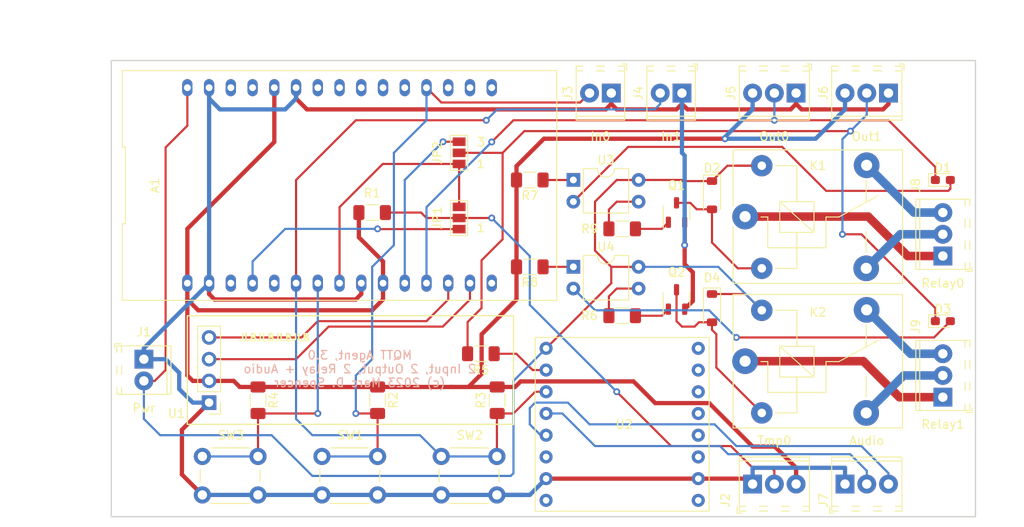
<source format=kicad_pcb>
(kicad_pcb (version 20221018) (generator pcbnew)
  (layers (0 "F.Cu" signal) (31 "B.Cu" signal) (34 "B.Paste" user) (35 "F.Paste" user) (36 "B.SilkS" user "B.Silkscreen") (37 "F.SilkS" user "F.Silkscreen") (38 "B.Mask" user) (39 "F.Mask" user) (44 "Edge.Cuts" user))
  (net 0 "")
  (net 2 "GND")
  (net 3 "Net-(A1-RX)")
  (net 4 "+3V3")
  (net 6 "Net-(A1-D7)")
  (net 7 "Net-(A1-D5)")
  (net 8 "Net-(A1-D4)")
  (net 9 "/~{CFG}")
  (net 10 "Net-(A1-D3)")
  (net 11 "Net-(A1-D2)")
  (net 12 "Net-(A1-D1)")
  (net 15 "Net-(A1-SD3)")
  (net 23 "VCC")
  (net 24 "Net-(D1-A)")
  (net 25 "Net-(D2-A)")
  (net 26 "Net-(D3-K)")
  (net 27 "Net-(D3-A)")
  (net 28 "Net-(J2-Pin_2)")
  (net 29 "Net-(J7-Pin_2)")
  (net 30 "Net-(J7-Pin_3)")
  (net 31 "Net-(J8-Pin_1)")
  (net 32 "Net-(J8-Pin_2)")
  (net 33 "Net-(J8-Pin_3)")
  (net 34 "Net-(J9-Pin_1)")
  (net 35 "Net-(J9-Pin_2)")
  (net 36 "Net-(J9-Pin_3)")
  (net 37 "Net-(Q1-B)")
  (net 38 "Net-(U2-RX)")
  (net 39 "Net-(R6-Pad1)")
  (net 40 "Net-(R7-Pad1)")
  (net 41 "Net-(R8-Pad1)")
  (net 42 "Net-(R9-Pad1)")
  (net 52 "Net-(Q2-B)")
  (net 53 "Net-(D4-A)")
  (footprint "TerminalBlock_Phoenix:TerminalBlock_Phoenix_MPT-0,5-2-2.54_1x02_P2.54mm_Horizontal" (layer "F.Cu") (at 95.1715 116.713 -90)
    (fp_text reference "J1")
    (fp_text value "Power")
  )
  (footprint "TerminalBlock_Phoenix:TerminalBlock_Phoenix_MPT-0,5-3-2.54_1x03_P2.54mm_Horizontal" (layer "F.Cu") (at 166.2915 131.318)
    (fp_text reference "J2")
    (fp_text value "Temp 0")
  )
  (footprint "TerminalBlock_Phoenix:TerminalBlock_Phoenix_MPT-0,5-2-2.54_1x02_P2.54mm_Horizontal" (layer "F.Cu") (at 149.7815 85.598 180)
    (fp_text reference "J3")
    (fp_text value "Input 0")
  )
  (footprint "TerminalBlock_Phoenix:TerminalBlock_Phoenix_MPT-0,5-2-2.54_1x02_P2.54mm_Horizontal" (layer "F.Cu") (at 158.0365 85.598 180)
    (fp_text reference "J4")
    (fp_text value "Input 1")
  )
  (footprint "TerminalBlock_Phoenix:TerminalBlock_Phoenix_MPT-0,5-3-2.54_1x03_P2.54mm_Horizontal" (layer "F.Cu") (at 171.3715 85.598 180)
    (fp_text reference "J5")
    (fp_text value "Output 0")
  )
  (footprint "TerminalBlock_Phoenix:TerminalBlock_Phoenix_MPT-0,5-3-2.54_1x03_P2.54mm_Horizontal" (layer "F.Cu") (at 182.1665 85.598 180)
    (fp_text reference "J6")
    (fp_text value "Output 1")
  )
  (footprint "Resistor_SMD:R_1206_3216Metric_Pad1.30x1.75mm_HandSolder" (layer "F.Cu") (at 121.8415 99.568)
    (fp_text reference "R1")
    (fp_text value "4.7K")
  )
  (footprint "Resistor_SMD:R_1206_3216Metric_Pad1.30x1.75mm_HandSolder" (layer "F.Cu") (at 136.4465 121.513 -90)
    (fp_text reference "R3")
    (fp_text value "10K")
  )
  (footprint "Resistor_SMD:R_1206_3216Metric_Pad1.30x1.75mm_HandSolder" (layer "F.Cu") (at 108.5065 121.513 -90)
    (fp_text reference "R4")
    (fp_text value "10K")
  )
  (footprint "Button_Switch_THT:SW_PUSH_6mm_H4.3mm" (layer "F.Cu") (at 115.9765 128.088)
    (fp_text reference "SW1")
    (fp_text value "SW_Push")
  )
  (footprint "Button_Switch_THT:SW_PUSH_6mm_H4.3mm" (layer "F.Cu") (at 129.9165 128.088)
    (fp_text reference "SW2")
    (fp_text value "SW_Push")
  )
  (footprint "Resistor_SMD:R_1206_3216Metric_Pad1.30x1.75mm_HandSolder" (layer "F.Cu") (at 122.4765 121.513 -90)
    (fp_text reference "R2")
    (fp_text value "10K")
  )
  (footprint "Module:NodeMCU" (layer "F.Cu") (at 118.0315 96.393)
    (fp_text reference "A1")
    (fp_text value "NodeMCU_ESP12E_Module")
  )
  (footprint "Button_Switch_THT:SW_PUSH_6mm_H4.3mm" (layer "F.Cu") (at 102.0065 128.088)
    (fp_text reference "SW3")
    (fp_text value "SW_Push")
  )
  (footprint "Connector_PinHeader_2.54mm:PinHeader_1x04_P2.54mm_Vertical" (layer "F.Cu") (at 102.7915 121.793 180)
    (fp_text reference "U1")
    (fp_text value "SSD1306_128x32")
  )
  (footprint "LED_SMD:LED_0603_1608Metric_Pad1.05x0.95mm_HandSolder" (layer "F.Cu") (at 188.5165 95.758)
    (fp_text reference "D1")
    (fp_text value "LED")
  )
  (footprint "Diode_SMD:D_SOD-123" (layer "F.Cu") (at 161.544 97.536 -90)
    (fp_text reference "D2")
    (fp_text value "1N4148W")
  )
  (footprint "Package_TO_SOT_SMD:SOT-23-3" (layer "F.Cu") (at 157.4015 109.728 90)
    (fp_text reference "Q2")
    (fp_text value "S8050/J3Y")
  )
  (footprint "TerminalBlock_Phoenix:TerminalBlock_Phoenix_MPT-0,5-3-2.54_1x03_P2.54mm_Horizontal" (layer "F.Cu") (at 177.0865 131.318)
    (fp_text reference "J7")
    (fp_text value "Line Out")
  )
  (footprint "MountingHole:MountingHole_3.2mm_M3" (layer "F.Cu") (at 95.1715 131.318)
    (fp_text reference "REF**" hide)
    (fp_text value "MountingHole_3.2mm_M3")
  )
  (footprint "TerminalBlock_Phoenix:TerminalBlock_Phoenix_MPT-0,5-3-2.54_1x03_P2.54mm_Horizontal" (layer "F.Cu") (at 188.5165 104.648 90)
    (fp_text reference "J8")
    (fp_text value "Relay 0")
  )
  (footprint "LED_SMD:LED_0603_1608Metric_Pad1.05x0.95mm_HandSolder" (layer "F.Cu") (at 188.5165 112.268)
    (fp_text reference "D3")
    (fp_text value "LED")
  )
  (footprint "Jumper:SolderJumper-3_P1.3mm_Open_Pad1.0x1.5mm_NumberLabels" (layer "F.Cu") (at 132.0015 100.203 90)
    (fp_text reference "JP1")
    (fp_text value "T-0")
  )
  (footprint "Package_DIP:DIP-4_W7.62mm" (layer "F.Cu") (at 145.3465 105.913)
    (fp_text reference "U4")
    (fp_text value "PC817")
  )
  (footprint "Resistor_SMD:R_1206_3216Metric_Pad1.30x1.75mm_HandSolder" (layer "F.Cu") (at 140.2565 95.758 180)
    (fp_text reference "R7")
    (fp_text value "1K")
  )
  (footprint "Relay_THT:Relay_SPDT_SANYOU_SRD_Series_Form_C" (layer "F.Cu") (at 165.4115 116.948)
    (fp_text reference "K2")
    (fp_text value "G5Q-1")
  )
  (footprint "TerminalBlock_Phoenix:TerminalBlock_Phoenix_MPT-0,5-3-2.54_1x03_P2.54mm_Horizontal" (layer "F.Cu") (at 188.5165 121.158 90)
    (fp_text reference "J9")
    (fp_text value "Relay 1")
  )
  (footprint "Package_DIP:DIP-4_W7.62mm" (layer "F.Cu") (at 145.3465 95.753)
    (fp_text reference "U3")
    (fp_text value "PC817")
  )
  (footprint "Relay_THT:Relay_SPDT_SANYOU_SRD_Series_Form_C" (layer "F.Cu") (at 165.4115 100.038)
    (fp_text reference "K1")
    (fp_text value "G5Q-1")
  )
  (footprint "Resistor_SMD:R_1206_3216Metric_Pad1.30x1.75mm_HandSolder" (layer "F.Cu") (at 134.5415 116.078)
    (fp_text reference "R5")
    (fp_text value "1K")
  )
  (footprint "MountingHole:MountingHole_3.2mm_M3" (layer "F.Cu") (at 188.5165 85.598)
    (fp_text reference "REF**" hide)
    (fp_text value "MountingHole_3.2mm_M3")
  )
  (footprint "Diode_SMD:D_SOD-123" (layer "F.Cu") (at 161.544 110.744 -90)
    (fp_text reference "D4")
    (fp_text value "1N4148W")
  )
  (footprint "Resistor_SMD:R_1206_3216Metric_Pad1.30x1.75mm_HandSolder" (layer "F.Cu") (at 151.0515 111.633)
    (fp_text reference "R6")
    (fp_text value "510")
  )
  (footprint "MountingHole:MountingHole_3.2mm_M3" (layer "F.Cu") (at 188.5165 131.318)
    (fp_text reference "REF**" hide)
    (fp_text value "MountingHole_3.2mm_M3")
  )
  (footprint "Jumper:SolderJumper-3_P1.3mm_Open_Pad1.0x1.5mm_NumberLabels" (layer "F.Cu") (at 132.0015 92.583 90)
    (fp_text reference "JP2")
    (fp_text value "R-1")
  )
  (footprint "Resistor_SMD:R_1206_3216Metric_Pad1.30x1.75mm_HandSolder" (layer "F.Cu") (at 140.2565 105.918 180)
    (fp_text reference "R8")
    (fp_text value "1K")
  )
  (footprint "Resistor_SMD:R_1206_3216Metric_Pad1.30x1.75mm_HandSolder" (layer "F.Cu") (at 151.0515 101.473)
    (fp_text reference "R9")
    (fp_text value "510")
  )
  (footprint "MountingHole:MountingHole_3.2mm_M3" (layer "F.Cu") (at 95.1715 85.598)
    (fp_text reference "REF**" hide)
    (fp_text value "MountingHole_3.2mm_M3")
  )
  (footprint "Module:Module_DIP16_17.8mm" (layer "F.Cu") (at 148.5115 124.333 -90)
    (fp_text reference "U2")
    (fp_text value "DFPlayer_Module")
  )
  (footprint "Package_TO_SOT_SMD:SOT-23-3" (layer "F.Cu") (at 157.4015 99.568 90)
    (fp_text reference "Q1")
    (fp_text value "S8050/J3Y")
  )
  (gr_line (start 100.2515 124.333) (end 100.2515 111.633) (stroke (width 0.15)) (layer "F.SilkS"))
  (gr_line (start 138.3515 124.333) (end 100.2515 124.333) (stroke (width 0.15)) (layer "F.SilkS"))
  (gr_line (start 138.3515 111.633) (end 138.3515 124.333) (stroke (width 0.15)) (layer "F.SilkS"))
  (gr_line (start 100.2515 111.633) (end 138.3515 111.633) (stroke (width 0.15)) (layer "F.SilkS"))
  (gr_line (start 192.3265 81.788) (end 192.3265 135.128) (stroke (width 0.15)) (layer "Edge.Cuts"))
  (gr_line (start 91.3615 81.788) (end 192.3265 81.788) (stroke (width 0.15)) (layer "Edge.Cuts"))
  (gr_line (start 91.3615 81.788) (end 91.3615 135.128) (stroke (width 0.15)) (layer "Edge.Cuts"))
  (gr_line (start 192.3265 135.128) (end 91.3615 135.128) (stroke (width 0.15)) (layer "Edge.Cuts"))
  (gr_text "MQTT Agent, 3.0\n2 Input, 2 Output, 2 Relay + Audio\n(c) 2023 Marc D. Spencer" (at 120.396 117.856) (layer "B.SilkS") (effects (font (size 1 1)) (justify mirror)))
  (gr_text "Pwr" (at 95.1715 122.428) (layer "F.SilkS") (effects (font (size 1 1))))
  (gr_text "In1" (at 156.7665 90.678) (layer "F.SilkS") (effects (font (size 1 1))))
  (gr_text "Tmp0" (at 168.8315 126.238) (layer "F.SilkS") (effects (font (size 1 1))))
  (gr_text "Relay1" (at 188.5165 124.333) (layer "F.SilkS") (effects (font (size 1 1))))
  (gr_text "JLBJLBJLBJLB" (at 110.4115 114.173) (layer "F.SilkS") (effects (font (size 0.8 0.8) (thickness 0.175))))
  (gr_text "Out0" (at 168.8315 90.678) (layer "F.SilkS") (effects (font (size 1 1))))
  (gr_text "Relay0" (at 188.5165 107.823) (layer "F.SilkS") (effects (font (size 1 1))))
  (gr_text "In0" (at 148.5115 90.678) (layer "F.SilkS") (effects (font (size 1 1))))
  (gr_text "Audio" (at 179.6265 126.238) (layer "F.SilkS") (effects (font (size 1 1))))
  (gr_text "Out1" (at 179.6265 90.678) (layer "F.SilkS") (effects (font (size 1 1))))
  (segment (start 149.7815 85.598) (end 149.7815 86.868) (width 0.5) (layer "F.Cu") (net 2))
  (segment (start 158.0365 86.868) (end 158.6715 87.503) (width 0.5) (layer "F.Cu") (net 2))
  (segment (start 158.3515 105.598) (end 158.3515 103.378) (width 0.5) (layer "F.Cu") (net 2))
  (segment (start 99.6165 130.198) (end 102.0065 132.588) (width 0.5) (layer "F.Cu") (net 2))
  (segment (start 159.3065 106.553) (end 159.3065 109.9105) (width 0.5) (layer "F.Cu") (net 2))
  (segment (start 159.3065 109.9105) (end 158.3515 110.8655) (width 0.5) (layer "F.Cu") (net 2))
  (segment (start 171.3715 86.868) (end 171.3715 85.598) (width 0.5) (layer "F.Cu") (net 2))
  (segment (start 149.1465 87.503) (end 149.7815 86.868) (width 0.5) (layer "F.Cu") (net 2))
  (segment (start 112.9515 86.233) (end 114.2215 87.503) (width 0.5) (layer "F.Cu") (net 2))
  (segment (start 157.4015 87.503) (end 158.0365 86.868) (width 0.5) (layer "F.Cu") (net 2))
  (segment (start 102.7915 109.093) (end 103.4265 109.728) (width 0.5) (layer "F.Cu") (net 2))
  (segment (start 114.2215 87.503) (end 149.1465 87.503) (width 0.5) (layer "F.Cu") (net 2))
  (segment (start 158.0365 85.598) (end 158.0365 86.868) (width 0.5) (layer "F.Cu") (net 2))
  (segment (start 158.3515 103.378) (end 158.3515 100.7055) (width 0.5) (layer "F.Cu") (net 2))
  (segment (start 172.0065 87.503) (end 181.5315 87.503) (width 0.5) (layer "F.Cu") (net 2))
  (segment (start 120.5715 109.093) (end 120.5715 107.823) (width 0.5) (layer "F.Cu") (net 2))
  (segment (start 158.6715 87.503) (end 170.7365 87.503) (width 0.5) (layer "F.Cu") (net 2))
  (segment (start 165.6565 130.683) (end 166.2915 131.318) (width 0.5) (layer "F.Cu") (net 2))
  (segment (start 102.7915 121.793) (end 99.6165 124.968) (width 0.5) (layer "F.Cu") (net 2))
  (segment (start 103.4265 109.728) (end 119.9365 109.728) (width 0.5) (layer "F.Cu") (net 2))
  (segment (start 102.7915 121.793) (end 102.1565 121.793) (width 0.5) (layer "F.Cu") (net 2))
  (segment (start 171.3715 86.868) (end 172.0065 87.503) (width 0.5) (layer "F.Cu") (net 2))
  (segment (start 149.7815 86.868) (end 150.4165 87.503) (width 0.5) (layer "F.Cu") (net 2))
  (segment (start 181.5315 87.503) (end 182.1665 86.868) (width 0.5) (layer "F.Cu") (net 2))
  (segment (start 170.7365 87.503) (end 171.3715 86.868) (width 0.5) (layer "F.Cu") (net 2))
  (segment (start 99.6165 124.968) (end 99.6165 130.198) (width 0.5) (layer "F.Cu") (net 2))
  (segment (start 150.4165 87.503) (end 157.4015 87.503) (width 0.5) (layer "F.Cu") (net 2))
  (segment (start 159.9415 130.683) (end 142.1615 130.683) (width 0.5) (layer "F.Cu") (net 2))
  (segment (start 119.9365 109.728) (end 120.5715 109.093) (width 0.5) (layer "F.Cu") (net 2))
  (segment (start 160.5765 130.683) (end 165.6565 130.683) (width 0.5) (layer "F.Cu") (net 2))
  (segment (start 112.9515 84.963) (end 112.9515 86.233) (width 0.5) (layer "F.Cu") (net 2))
  (segment (start 158.3515 105.598) (end 159.3065 106.553) (width 0.5) (layer "F.Cu") (net 2))
  (segment (start 182.1665 86.868) (end 182.1665 85.598) (width 0.5) (layer "F.Cu") (net 2))
  (segment (start 102.7915 107.823) (end 102.7915 109.093) (width 0.5) (layer "F.Cu") (net 2))
  (via (at 158.3515 103.378) (size 0.8) (drill 0.4) (layers "F.Cu" "B.Cu") (net 2))
  (segment (start 102.7915 121.793) (end 100.8865 121.793) (width 0.5) (layer "B.Cu") (net 2))
  (segment (start 177.0865 129.413) (end 177.0865 131.318) (width 0.5) (layer "B.Cu") (net 2))
  (segment (start 158.3515 103.378) (end 158.3515 92.898) (width 0.5) (layer "B.Cu") (net 2))
  (segment (start 102.7915 86.233) (end 102.7915 107.823) (width 0.5) (layer "B.Cu") (net 2))
  (segment (start 99.299 120.2055) (end 99.299 118.3005) (width 0.5) (layer "B.Cu") (net 2))
  (segment (start 104.0615 87.503) (end 102.7915 86.233) (width 0.5) (layer "B.Cu") (net 2))
  (segment (start 158.3515 92.898) (end 158.0365 92.583) (width 0.5) (layer "B.Cu") (net 2))
  (segment (start 112.9515 84.963) (end 112.9515 86.233) (width 0.5) (layer "B.Cu") (net 2))
  (segment (start 111.6815 87.503) (end 104.0615 87.503) (width 0.5) (layer "B.Cu") (net 2))
  (segment (start 102.7915 107.823) (end 95.1715 115.443) (width 0.5) (layer "B.Cu") (net 2))
  (segment (start 166.2915 131.318) (end 166.2915 129.413) (width 0.5) (layer "B.Cu") (net 2))
  (segment (start 112.9515 86.233) (end 111.6815 87.503) (width 0.5) (layer "B.Cu") (net 2))
  (segment (start 95.1715 115.443) (end 95.1715 116.713) (width 0.5) (layer "B.Cu") (net 2))
  (segment (start 95.1715 116.713) (end 97.7115 116.713) (width 0.5) (layer "B.Cu") (net 2))
  (segment (start 102.0065 132.588) (end 139.6215 132.588) (width 0.5) (layer "B.Cu") (net 2))
  (segment (start 100.8865 121.793) (end 99.299 120.2055) (width 0.5) (layer "B.Cu") (net 2))
  (segment (start 140.2565 132.588) (end 142.1615 130.683) (width 0.5) (layer "B.Cu") (net 2))
  (segment (start 158.0365 92.583) (end 158.0365 85.598) (width 0.5) (layer "B.Cu") (net 2))
  (segment (start 166.2915 129.413) (end 177.0865 129.413) (width 0.5) (layer "B.Cu") (net 2))
  (segment (start 136.4165 132.588) (end 140.2565 132.588) (width 0.5) (layer "B.Cu") (net 2))
  (segment (start 97.7115 116.713) (end 99.299 118.3005) (width 0.5) (layer "B.Cu") (net 2))
  (segment (start 102.7915 84.963) (end 102.7915 86.233) (width 0.5) (layer "B.Cu") (net 2))
  (segment (start 122.5065 101.503) (end 122.4765 101.473) (width 0.25) (layer "F.Cu") (net 3))
  (segment (start 132.0015 101.503) (end 122.5065 101.503) (width 0.25) (layer "F.Cu") (net 3))
  (via (at 122.4765 101.473) (size 0.8) (drill 0.4) (layers "F.Cu" "B.Cu") (net 3))
  (segment (start 111.6815 101.473) (end 107.8715 105.283) (width 0.25) (layer "B.Cu") (net 3))
  (segment (start 122.4765 101.473) (end 111.6815 101.473) (width 0.25) (layer "B.Cu") (net 3))
  (segment (start 107.8715 105.283) (end 107.8715 107.823) (width 0.25) (layer "B.Cu") (net 3))
  (segment (start 139.192 119.311) (end 152.3795 119.311) (width 0.5) (layer "F.Cu") (net 4))
  (segment (start 136.4465 119.963) (end 138.54 119.963) (width 0.5) (layer "F.Cu") (net 4))
  (segment (start 100.2515 107.823) (end 100.2515 109.728) (width 0.5) (layer "F.Cu") (net 4))
  (segment (start 110.4115 91.313) (end 110.4115 84.963) (width 0.5) (layer "F.Cu") (net 4))
  (segment (start 123.1115 109.728) (end 121.8415 110.998) (width 0.5) (layer "F.Cu") (net 4))
  (segment (start 106.374 119.963) (end 105.664 119.253) (width 0.5) (layer "F.Cu") (net 4))
  (segment (start 141.5265 91.313) (end 141.9075 90.932) (width 0.5) (layer "F.Cu") (net 4))
  (segment (start 133.096 119.963) (end 134.63125 118.42775) (width 0.5) (layer "F.Cu") (net 4))
  (segment (start 154.9195 121.851) (end 161.2115 121.851) (width 0.5) (layer "F.Cu") (net 4))
  (segment (start 100.2515 107.823) (end 100.2515 101.473) (width 0.5) (layer "F.Cu") (net 4))
  (segment (start 131.128378 119.963) (end 131.064 119.963) (width 0.5) (layer "F.Cu") (net 4))
  (segment (start 166.2915 126.931) (end 168.8895 126.931) (width 0.5) (layer "F.Cu") (net 4))
  (segment (start 100.2515 109.728) (end 100.2515 118.618) (width 0.5) (layer "F.Cu") (net 4))
  (segment (start 120.2915 99.568) (end 120.2915 102.463) (width 0.5) (layer "F.Cu") (net 4))
  (segment (start 138.7065 95.758) (end 138.7065 94.133) (width 0.5) (layer "F.Cu") (net 4))
  (segment (start 108.5065 119.963) (end 131.064 119.963) (width 0.5) (layer "F.Cu") (net 4))
  (segment (start 171.3715 129.413) (end 171.3715 131.318) (width 0.5) (layer "F.Cu") (net 4))
  (segment (start 138.7065 95.758) (end 138.7065 105.918) (width 0.5) (layer "F.Cu") (net 4))
  (segment (start 134.63125 118.42775) (end 134.63125 113.80325) (width 0.5) (layer "F.Cu") (net 4))
  (segment (start 161.2115 121.851) (end 166.2915 126.931) (width 0.5) (layer "F.Cu") (net 4))
  (segment (start 141.9075 90.932) (end 163.068 90.932) (width 0.5) (layer "F.Cu") (net 4))
  (segment (start 121.8415 110.998) (end 101.5215 110.998) (width 0.5) (layer "F.Cu") (net 4))
  (segment (start 136.4465 119.963) (end 133.096 119.963) (width 0.5) (layer "F.Cu") (net 4))
  (segment (start 108.5065 119.963) (end 106.374 119.963) (width 0.5) (layer "F.Cu") (net 4))
  (segment (start 134.63125 113.80325) (end 138.7065 109.728) (width 0.5) (layer "F.Cu") (net 4))
  (segment (start 123.1115 105.283) (end 123.1115 107.823) (width 0.5) (layer "F.Cu") (net 4))
  (segment (start 120.2915 102.463) (end 123.1115 105.283) (width 0.5) (layer "F.Cu") (net 4))
  (segment (start 105.664 119.253) (end 102.7915 119.253) (width 0.5) (layer "F.Cu") (net 4))
  (segment (start 101.5215 110.998) (end 100.2515 109.728) (width 0.5) (layer "F.Cu") (net 4))
  (segment (start 131.064 119.963) (end 133.096 119.963) (width 0.5) (layer "F.Cu") (net 4))
  (segment (start 138.54 119.963) (end 139.192 119.311) (width 0.5) (layer "F.Cu") (net 4))
  (segment (start 138.7065 109.728) (end 138.7065 105.918) (width 0.5) (layer "F.Cu") (net 4))
  (segment (start 152.3795 119.311) (end 154.9195 121.851) (width 0.5) (layer "F.Cu") (net 4))
  (segment (start 100.8865 119.253) (end 102.7915 119.253) (width 0.5) (layer "F.Cu") (net 4))
  (segment (start 138.9865 95.478) (end 138.7065 95.758) (width 0.5) (layer "F.Cu") (net 4))
  (segment (start 100.2515 118.618) (end 100.8865 119.253) (width 0.5) (layer "F.Cu") (net 4))
  (segment (start 138.7065 94.133) (end 141.5265 91.313) (width 0.5) (layer "F.Cu") (net 4))
  (segment (start 168.8895 126.931) (end 171.3715 129.413) (width 0.5) (layer "F.Cu") (net 4))
  (segment (start 100.2515 101.473) (end 110.4115 91.313) (width 0.5) (layer "F.Cu") (net 4))
  (segment (start 123.1115 107.823) (end 123.1115 109.728) (width 0.5) (layer "F.Cu") (net 4))
  (via (at 163.068 90.932) (size 0.8) (drill 0.4) (layers "F.Cu" "B.Cu") (net 4))
  (segment (start 173.6575 90.932) (end 174.71275 89.87675) (width 0.5) (layer "B.Cu") (net 4))
  (segment (start 166.2915 87.503) (end 165.6565 88.138) (width 0.5) (layer "B.Cu") (net 4))
  (segment (start 163.068 90.932) (end 163.068 90.7265) (width 0.5) (layer "B.Cu") (net 4))
  (segment (start 174.71275 89.87675) (end 177.0865 87.503) (width 0.5) (layer "B.Cu") (net 4))
  (segment (start 177.0865 87.503) (end 177.0865 85.598) (width 0.5) (layer "B.Cu") (net 4))
  (segment (start 165.6565 88.138) (end 163.7515 90.043) (width 0.5) (layer "B.Cu") (net 4))
  (segment (start 163.068 90.932) (end 173.6575 90.932) (width 0.5) (layer "B.Cu") (net 4))
  (segment (start 163.068 90.7265) (end 163.7515 90.043) (width 0.5) (layer "B.Cu") (net 4))
  (segment (start 174.5465 90.043) (end 174.71275 89.87675) (width 0.5) (layer "B.Cu") (net 4))
  (segment (start 166.2915 85.598) (end 166.2915 87.503) (width 0.5) (layer "B.Cu") (net 4))
  (segment (start 138.3515 123.063) (end 136.4465 123.063) (width 0.25) (layer "F.Cu") (net 6))
  (segment (start 119.9365 88.773) (end 135.1765 88.773) (width 0.25) (layer "F.Cu") (net 6))
  (segment (start 140.8915 120.523) (end 142.1615 120.523) (width 0.25) (layer "F.Cu") (net 6))
  (segment (start 136.4165 128.088) (end 136.4165 123.093) (width 0.25) (layer "F.Cu") (net 6))
  (segment (start 138.3515 123.063) (end 140.8915 120.523) (width 0.25) (layer "F.Cu") (net 6))
  (segment (start 136.4165 123.093) (end 136.4465 123.063) (width 0.25) (layer "F.Cu") (net 6))
  (segment (start 112.9515 107.823) (end 112.9515 95.758) (width 0.25) (layer "F.Cu") (net 6))
  (segment (start 112.9515 95.758) (end 119.9365 88.773) (width 0.25) (layer "F.Cu") (net 6))
  (via (at 135.1765 88.773) (size 0.8) (drill 0.4) (layers "F.Cu" "B.Cu") (net 6))
  (segment (start 155.4965 85.598) (end 155.4965 86.868) (width 0.25) (layer "B.Cu") (net 6))
  (segment (start 155.4965 86.868) (end 154.8615 87.503) (width 0.25) (layer "B.Cu") (net 6))
  (segment (start 136.4165 128.088) (end 129.9165 128.088) (width 0.25) (layer "B.Cu") (net 6))
  (segment (start 127.4315 125.603) (end 129.9165 128.088) (width 0.25) (layer "B.Cu") (net 6))
  (segment (start 114.8565 125.603) (end 127.4315 125.603) (width 0.25) (layer "B.Cu") (net 6))
  (segment (start 154.8615 87.503) (end 136.4465 87.503) (width 0.25) (layer "B.Cu") (net 6))
  (segment (start 112.9515 107.823) (end 112.9515 123.698) (width 0.25) (layer "B.Cu") (net 6))
  (segment (start 114.8565 125.603) (end 112.9515 123.698) (width 0.25) (layer "B.Cu") (net 6))
  (segment (start 136.4465 87.503) (end 135.1765 88.773) (width 0.25) (layer "B.Cu") (net 6))
  (segment (start 132.0015 93.883) (end 123.0815 93.883) (width 0.25) (layer "F.Cu") (net 7))
  (segment (start 123.0815 93.883) (end 118.0315 98.933) (width 0.25) (layer "F.Cu") (net 7))
  (segment (start 132.0015 93.883) (end 132.0015 98.903) (width 0.25) (layer "F.Cu") (net 7))
  (segment (start 118.0315 102.743) (end 118.0315 107.823) (width 0.25) (layer "F.Cu") (net 7))
  (segment (start 118.0315 98.933) (end 118.0315 102.743) (width 0.25) (layer "F.Cu") (net 7))
  (segment (start 132.0015 91.283) (end 130.1265 91.283) (width 0.25) (layer "F.Cu") (net 8))
  (via (at 130.1265 91.283) (size 0.8) (drill 0.4) (layers "F.Cu" "B.Cu") (net 8))
  (segment (start 125.6515 95.758) (end 130.1265 91.283) (width 0.25) (layer "B.Cu") (net 8))
  (segment (start 125.6515 107.823) (end 125.6515 95.758) (width 0.25) (layer "B.Cu") (net 8))
  (segment (start 108.5065 128.088) (end 108.5065 123.063) (width 0.25) (layer "F.Cu") (net 9))
  (segment (start 108.5065 123.063) (end 115.4915 123.063) (width 0.25) (layer "F.Cu") (net 9))
  (via (at 115.4915 123.063) (size 0.8) (drill 0.4) (layers "F.Cu" "B.Cu") (net 9))
  (segment (start 108.5065 128.088) (end 102.0065 128.088) (width 0.25) (layer "B.Cu") (net 9))
  (segment (start 115.4915 123.063) (end 115.4915 107.823) (width 0.25) (layer "B.Cu") (net 9))
  (segment (start 187.6415 94.248) (end 185.3415 91.948) (width 0.25) (layer "F.Cu") (net 10))
  (segment (start 182.1665 88.773) (end 185.3415 91.948) (width 0.25) (layer "F.Cu") (net 10))
  (segment (start 168.8315 88.773) (end 182.1665 88.773) (width 0.25) (layer "F.Cu") (net 10))
  (segment (start 138.3515 88.773) (end 168.8315 88.773) (width 0.25) (layer "F.Cu") (net 10))
  (segment (start 187.6415 95.758) (end 187.6415 94.248) (width 0.25) (layer "F.Cu") (net 10))
  (segment (start 135.8115 91.313) (end 138.3515 88.773) (width 0.25) (layer "F.Cu") (net 10))
  (via (at 168.8315 88.773) (size 0.8) (drill 0.4) (layers "F.Cu" "B.Cu") (net 10))
  (via (at 135.8115 91.313) (size 0.8) (drill 0.4) (layers "F.Cu" "B.Cu") (net 10))
  (segment (start 128.1915 98.933) (end 128.1915 107.823) (width 0.25) (layer "B.Cu") (net 10))
  (segment (start 135.8115 91.313) (end 128.1915 98.933) (width 0.25) (layer "B.Cu") (net 10))
  (segment (start 168.8315 85.598) (end 168.8315 88.773) (width 0.25) (layer "B.Cu") (net 10))
  (segment (start 115.4915 112.268) (end 113.5865 114.173) (width 0.25) (layer "F.Cu") (net 11))
  (segment (start 130.7315 107.823) (end 130.7315 109.726604) (width 0.25) (layer "F.Cu") (net 11))
  (segment (start 130.7315 109.726604) (end 128.190104 112.268) (width 0.25) (layer "F.Cu") (net 11))
  (segment (start 113.5865 114.173) (end 102.7915 114.173) (width 0.25) (layer "F.Cu") (net 11))
  (segment (start 128.190104 112.268) (end 115.4915 112.268) (width 0.25) (layer "F.Cu") (net 11))
  (segment (start 116.7615 112.903) (end 130.0965 112.903) (width 0.25) (layer "F.Cu") (net 12))
  (segment (start 130.0965 112.903) (end 133.2715 109.728) (width 0.25) (layer "F.Cu") (net 12))
  (segment (start 102.7915 116.713) (end 112.9515 116.713) (width 0.25) (layer "F.Cu") (net 12))
  (segment (start 112.9515 116.713) (end 116.7615 112.903) (width 0.25) (layer "F.Cu") (net 12))
  (segment (start 133.2715 109.728) (end 133.2715 107.823) (width 0.25) (layer "F.Cu") (net 12))
  (segment (start 122.4765 128.088) (end 122.4765 123.063) (width 0.25) (layer "F.Cu") (net 15))
  (segment (start 147.2415 85.598) (end 146.141501 86.697999) (width 0.25) (layer "F.Cu") (net 15))
  (segment (start 129.926499 86.697999) (end 128.1915 84.963) (width 0.25) (layer "F.Cu") (net 15))
  (segment (start 146.141501 86.697999) (end 129.926499 86.697999) (width 0.25) (layer "F.Cu") (net 15))
  (segment (start 122.4765 123.063) (end 119.9365 123.063) (width 0.25) (layer "F.Cu") (net 15))
  (via (at 119.9365 123.063) (size 0.8) (drill 0.4) (layers "F.Cu" "B.Cu") (net 15))
  (segment (start 119.9365 123.063) (end 119.9365 118.618) (width 0.25) (layer "B.Cu") (net 15))
  (segment (start 122.4765 128.088) (end 115.9765 128.088) (width 0.25) (layer "B.Cu") (net 15))
  (segment (start 121.8415 105.918) (end 124.3815 103.378) (width 0.25) (layer "B.Cu") (net 15))
  (segment (start 128.1915 88.773) (end 128.1915 84.963) (width 0.25) (layer "B.Cu") (net 15))
  (segment (start 121.8415 116.713) (end 121.8415 105.918) (width 0.25) (layer "B.Cu") (net 15))
  (segment (start 124.3815 92.583) (end 128.1915 88.773) (width 0.25) (layer "B.Cu") (net 15))
  (segment (start 119.9365 118.618) (end 121.8415 116.713) (width 0.25) (layer "B.Cu") (net 15))
  (segment (start 124.3815 103.378) (end 124.3815 92.583) (width 0.25) (layer "B.Cu") (net 15))
  (segment (start 149.7765 107.828) (end 149.37625 108.22825) (width 0.25) (layer "F.Cu") (net 23))
  (segment (start 151.6865 95.758) (end 150.4165 95.758) (width 0.25) (layer "F.Cu") (net 23))
  (segment (start 152.9665 95.753) (end 151.6915 95.753) (width 0.25) (layer "F.Cu") (net 23))
  (segment (start 165.4575 109.094) (end 167.3615 110.998) (width 0.25) (layer "F.Cu") (net 23))
  (segment (start 167.3615 94.088) (end 164.4065 94.088) (width 0.25) (layer "F.Cu") (net 23))
  (segment (start 149.7765 105.913) (end 149.7765 107.828) (width 0.25) (layer "F.Cu") (net 23))
  (segment (start 96.4415 119.253) (end 97.7115 117.983) (width 0.25) (layer "F.Cu") (net 23))
  (segment (start 158.121 95.886) (end 157.988 95.753) (width 0.25) (layer "F.Cu") (net 23))
  (segment (start 149.7765 105.913) (end 152.9665 105.913) (width 0.25) (layer "F.Cu") (net 23))
  (segment (start 163.342 94.088) (end 161.544 95.886) (width 0.25) (layer "F.Cu") (net 23))
  (segment (start 151.6915 95.753) (end 151.6865 95.758) (width 0.25) (layer "F.Cu") (net 23))
  (segment (start 100.2515 89.408) (end 100.2515 84.963) (width 0.25) (layer "F.Cu") (net 23))
  (segment (start 95.1715 119.253) (end 96.4415 119.253) (width 0.25) (layer "F.Cu") (net 23))
  (segment (start 148.336 109.2685) (end 142.1615 115.443) (width 0.25) (layer "F.Cu") (net 23))
  (segment (start 150.4165 95.758) (end 147.8765 98.298) (width 0.25) (layer "F.Cu") (net 23))
  (segment (start 147.8765 98.298) (end 147.8765 104.013) (width 0.25) (layer "F.Cu") (net 23))
  (segment (start 152.9665 95.753) (end 157.988 95.753) (width 0.25) (layer "F.Cu") (net 23))
  (segment (start 161.544 95.886) (end 158.121 95.886) (width 0.25) (layer "F.Cu") (net 23))
  (segment (start 161.544 109.094) (end 165.4575 109.094) (width 0.25) (layer "F.Cu") (net 23))
  (segment (start 97.7115 117.983) (end 97.7115 91.948) (width 0.25) (layer "F.Cu") (net 23))
  (segment (start 147.8765 104.013) (end 149.7765 105.913) (width 0.25) (layer "F.Cu") (net 23))
  (segment (start 151.6915 105.913) (end 152.9665 105.913) (width 0.25) (layer "F.Cu") (net 23))
  (segment (start 148.336 109.2685) (end 149.37625 108.22825) (width 0.25) (layer "F.Cu") (net 23))
  (segment (start 167.3615 94.088) (end 163.342 94.088) (width 0.25) (layer "F.Cu") (net 23))
  (segment (start 97.7115 91.948) (end 100.2515 89.408) (width 0.25) (layer "F.Cu") (net 23))
  (segment (start 138.3515 119.253) (end 138.3515 130.048) (width 0.25) (layer "B.Cu") (net 23))
  (segment (start 152.9665 105.913) (end 162.2765 105.913) (width 0.25) (layer "B.Cu") (net 23))
  (segment (start 114.8565 130.3655) (end 110.094 125.603) (width 0.25) (layer "B.Cu") (net 23))
  (segment (start 97.0765 125.603) (end 95.1715 123.698) (width 0.25) (layer "B.Cu") (net 23))
  (segment (start 142.1615 115.443) (end 138.3515 119.253) (width 0.25) (layer "B.Cu") (net 23))
  (segment (start 138.034 130.3655) (end 114.8565 130.3655) (width 0.25) (layer "B.Cu") (net 23))
  (segment (start 141.5265 115.443) (end 142.1615 115.443) (width 0.25) (layer "B.Cu") (net 23))
  (segment (start 110.094 125.603) (end 97.0765 125.603) (width 0.25) (layer "B.Cu") (net 23))
  (segment (start 138.3515 130.048) (end 138.034 130.3655) (width 0.25) (layer "B.Cu") (net 23))
  (segment (start 95.1715 123.698) (end 95.1715 119.253) (width 0.25) (layer "B.Cu") (net 23))
  (segment (start 162.2765 105.913) (end 167.3615 110.998) (width 0.25) (layer "B.Cu") (net 23))
  (segment (start 189.3915 96.788) (end 189.3915 95.758) (width 0.25) (layer "F.Cu") (net 24))
  (segment (start 174.879 97.028) (end 189.1515 97.028) (width 0.25) (layer "F.Cu") (net 24))
  (segment (start 169.7355 91.8845) (end 174.879 97.028) (width 0.25) (layer "F.Cu") (net 24))
  (segment (start 151.755 91.8845) (end 169.7355 91.8845) (width 0.25) (layer "F.Cu") (net 24))
  (segment (start 145.3465 98.293) (end 151.755 91.8845) (width 0.25) (layer "F.Cu") (net 24))
  (segment (start 189.1515 97.028) (end 189.3915 96.788) (width 0.25) (layer "F.Cu") (net 24))
  (segment (start 161.544 99.186) (end 161.544 103.0755) (width 0.25) (layer "F.Cu") (net 25))
  (segment (start 159.7595 99.186) (end 159.004 98.4305) (width 0.25) (layer "F.Cu") (net 25))
  (segment (start 159.004 98.4305) (end 157.4015 98.4305) (width 0.25) (layer "F.Cu") (net 25))
  (segment (start 161.544 99.186) (end 159.7595 99.186) (width 0.25) (layer "F.Cu") (net 25))
  (segment (start 164.5565 106.088) (end 167.3615 106.088) (width 0.25) (layer "F.Cu") (net 25))
  (segment (start 161.544 103.0755) (end 161.8465 103.378) (width 0.25) (layer "F.Cu") (net 25))
  (segment (start 161.8465 103.378) (end 164.5565 106.088) (width 0.25) (layer "F.Cu") (net 25))
  (segment (start 137.0815 102.6945) (end 134.62 105.156) (width 0.25) (layer "F.Cu") (net 26))
  (segment (start 187.6415 110.744) (end 187.6415 112.268) (width 0.25) (layer "F.Cu") (net 26))
  (segment (start 134.62 110.744) (end 132.9915 112.3725) (width 0.25) (layer "F.Cu") (net 26))
  (segment (start 180.43475 103.53725) (end 179.0055 102.108) (width 0.25) (layer "F.Cu") (net 26))
  (segment (start 177.7215 90.043) (end 139.6215 90.043) (width 0.25) (layer "F.Cu") (net 26))
  (segment (start 132.9915 112.3725) (end 132.9915 116.078) (width 0.25) (layer "F.Cu") (net 26))
  (segment (start 179.0055 102.108) (end 176.784 102.108) (width 0.25) (layer "F.Cu") (net 26))
  (segment (start 180.2755 103.378) (end 180.43475 103.53725) (width 0.25) (layer "F.Cu") (net 26))
  (segment (start 137.0815 96.52) (end 137.0815 102.6945) (width 0.25) (layer "F.Cu") (net 26))
  (segment (start 134.62 105.156) (end 134.62 110.744) (width 0.25) (layer "F.Cu") (net 26))
  (segment (start 137.0815 96.52) (end 137.0815 92.583) (width 0.25) (layer "F.Cu") (net 26))
  (segment (start 139.6215 90.043) (end 137.0815 92.583) (width 0.25) (layer "F.Cu") (net 26))
  (segment (start 132.0015 92.583) (end 133.1445 92.583) (width 0.25) (layer "F.Cu") (net 26))
  (segment (start 132.0015 92.583) (end 137.0815 92.583) (width 0.25) (layer "F.Cu") (net 26))
  (segment (start 180.43475 103.53725) (end 187.6415 110.744) (width 0.25) (layer "F.Cu") (net 26))
  (via (at 177.7215 90.043) (size 0.8) (drill 0.4) (layers "F.Cu" "B.Cu") (net 26))
  (via (at 176.784 102.108) (size 0.8) (drill 0.4) (layers "F.Cu" "B.Cu") (net 26))
  (segment (start 179.6265 88.138) (end 179.6265 85.598) (width 0.25) (layer "B.Cu") (net 26))
  (segment (start 176.784 102.108) (end 176.784 90.9805) (width 0.25) (layer "B.Cu") (net 26))
  (segment (start 177.7215 90.043) (end 179.6265 88.138) (width 0.25) (layer "B.Cu") (net 26))
  (segment (start 176.784 90.9805) (end 177.7215 90.043) (width 0.25) (layer "B.Cu") (net 26))
  (segment (start 189.3915 112.268) (end 187.4865 114.173) (width 0.25) (layer "F.Cu") (net 27))
  (segment (start 187.4865 114.173) (end 164.3865 114.173) (width 0.25) (layer "F.Cu") (net 27))
  (via (at 164.3865 114.173) (size 0.8) (drill 0.4) (layers "F.Cu" "B.Cu") (net 27))
  (segment (start 161.2115 110.998) (end 147.8915 110.998) (width 0.25) (layer "B.Cu") (net 27))
  (segment (start 147.8915 110.998) (end 145.3465 108.453) (width 0.25) (layer "B.Cu") (net 27))
  (segment (start 164.3865 114.173) (end 161.2115 110.998) (width 0.25) (layer "B.Cu") (net 27))
  (segment (start 163.7515 126.873) (end 156.7665 126.873) (width 0.25) (layer "F.Cu") (net 28))
  (segment (start 128.1915 100.203) (end 127.5565 99.568) (width 0.25) (layer "F.Cu") (net 28))
  (segment (start 166.2915 129.413) (end 163.7515 126.873) (width 0.25) (layer "F.Cu") (net 28))
  (segment (start 168.8315 129.762366) (end 168.482134 129.413) (width 0.25) (layer "F.Cu") (net 28))
  (segment (start 168.8315 131.318) (end 168.8315 129.762366) (width 0.25) (layer "F.Cu") (net 28))
  (segment (start 132.0015 100.203) (end 128.1915 100.203) (width 0.25) (layer "F.Cu") (net 28))
  (segment (start 156.7665 126.873) (end 150.4165 120.523) (width 0.25) (layer "F.Cu") (net 28))
  (segment (start 168.482134 129.413) (end 166.2915 129.413) (width 0.25) (layer "F.Cu") (net 28))
  (segment (start 135.8115 100.203) (end 132.0015 100.203) (width 0.25) (layer "F.Cu") (net 28))
  (segment (start 127.5565 99.568) (end 123.3915 99.568) (width 0.25) (layer "F.Cu") (net 28))
  (via (at 135.8115 100.203) (size 0.8) (drill 0.4) (layers "F.Cu" "B.Cu") (net 28))
  (via (at 150.4165 120.523) (size 0.8) (drill 0.4) (layers "F.Cu" "B.Cu") (net 28))
  (segment (start 150.4165 120.523) (end 140.2565 110.363) (width 0.25) (layer "B.Cu") (net 28))
  (segment (start 140.2565 110.363) (end 140.2565 104.648) (width 0.25) (layer "B.Cu") (net 28))
  (segment (start 140.2565 104.648) (end 135.8115 100.203) (width 0.25) (layer "B.Cu") (net 28))
  (segment (start 144.0665 123.063) (end 147.8765 126.873) (width 0.25) (layer "B.Cu") (net 29))
  (segment (start 179.6265 129.762366) (end 179.6265 131.318) (width 0.25) (layer "B.Cu") (net 29))
  (segment (start 177.689634 127.8255) (end 179.6265 129.762366) (width 0.25) (layer "B.Cu") (net 29))
  (segment (start 147.8765 126.873) (end 157.4015 126.873) (width 0.25) (layer "B.Cu") (net 29))
  (segment (start 162.4815 126.873) (end 163.434 127.8255) (width 0.25) (layer "B.Cu") (net 29))
  (segment (start 142.1615 123.063) (end 144.0665 123.063) (width 0.25) (layer "B.Cu") (net 29))
  (segment (start 157.4015 126.873) (end 162.4815 126.873) (width 0.25) (layer "B.Cu") (net 29))
  (segment (start 163.434 127.8255) (end 177.689634 127.8255) (width 0.25) (layer "B.Cu") (net 29))
  (segment (start 140.2565 122.428) (end 140.2565 124.333) (width 0.25) (layer "B.Cu") (net 30))
  (segment (start 140.8915 121.793) (end 140.2565 122.428) (width 0.25) (layer "B.Cu") (net 30))
  (segment (start 147.2415 124.333) (end 144.7015 121.793) (width 0.25) (layer "B.Cu") (net 30))
  (segment (start 140.2565 124.333) (end 141.5265 125.603) (width 0.25) (layer "B.Cu") (net 30))
  (segment (start 182.1665 130.048) (end 178.9915 126.873) (width 0.25) (layer "B.Cu") (net 30))
  (segment (start 164.3865 126.873) (end 161.8465 124.333) (width 0.25) (layer "B.Cu") (net 30))
  (segment (start 178.9915 126.873) (end 164.3865 126.873) (width 0.25) (layer "B.Cu") (net 30))
  (segment (start 182.1665 131.318) (end 182.1665 130.048) (width 0.25) (layer "B.Cu") (net 30))
  (segment (start 141.5265 125.603) (end 142.1615 125.603) (width 0.25) (layer "B.Cu") (net 30))
  (segment (start 144.7015 121.793) (end 140.8915 121.793) (width 0.25) (layer "B.Cu") (net 30))
  (segment (start 161.8465 124.333) (end 147.2415 124.333) (width 0.25) (layer "B.Cu") (net 30))
  (segment (start 165.4115 100.038) (end 179.794 100.038) (width 1) (layer "F.Cu") (net 31))
  (segment (start 188.5165 104.648) (end 184.404 104.648) (width 1) (layer "F.Cu") (net 31))
  (segment (start 179.794 100.038) (end 184.404 104.648) (width 1) (layer "F.Cu") (net 31))
  (segment (start 183.5415 102.108) (end 179.5615 106.088) (width 1) (layer "B.Cu") (net 32))
  (segment (start 188.5165 102.108) (end 183.5415 102.108) (width 1) (layer "B.Cu") (net 32))
  (segment (start 188.5165 99.568) (end 185.1415 99.568) (width 1) (layer "B.Cu") (net 33))
  (segment (start 185.1415 99.568) (end 179.6115 94.038) (width 1) (layer "B.Cu") (net 33))
  (segment (start 179.2265 116.948) (end 183.4365 121.158) (width 1) (layer "F.Cu") (net 34))
  (segment (start 165.4115 116.948) (end 179.2265 116.948) (width 1) (layer "F.Cu") (net 34))
  (segment (start 183.4365 121.158) (end 188.5165 121.158) (width 1) (layer "F.Cu") (net 34))
  (segment (start 183.9415 118.618) (end 179.5615 122.998) (width 1) (layer "B.Cu") (net 35))
  (segment (start 188.5165 118.618) (end 183.9415 118.618) (width 1) (layer "B.Cu") (net 35))
  (segment (start 184.7415 116.078) (end 179.6115 110.948) (width 1) (layer "B.Cu") (net 36))
  (segment (start 188.5165 116.078) (end 184.7415 116.078) (width 1) (layer "B.Cu") (net 36))
  (segment (start 155.684 101.473) (end 152.6015 101.473) (width 0.25) (layer "F.Cu") (net 37))
  (segment (start 156.4515 100.7055) (end 155.684 101.473) (width 0.25) (layer "F.Cu") (net 37))
  (segment (start 142.1615 117.983) (end 140.589 117.983) (width 0.25) (layer "F.Cu") (net 38))
  (segment (start 136.0915 116.078) (end 138.684 116.078) (width 0.25) (layer "F.Cu") (net 38))
  (segment (start 140.589 117.983) (end 138.684 116.078) (width 0.25) (layer "F.Cu") (net 38))
  (segment (start 149.5015 109.368) (end 150.4165 108.453) (width 0.25) (layer "F.Cu") (net 39))
  (segment (start 149.5015 111.633) (end 149.5015 109.368) (width 0.25) (layer "F.Cu") (net 39))
  (segment (start 150.4165 108.453) (end 152.9665 108.453) (width 0.25) (layer "F.Cu") (net 39))
  (segment (start 141.8065 95.758) (end 145.3415 95.758) (width 0.25) (layer "F.Cu") (net 40))
  (segment (start 145.3415 95.758) (end 145.3465 95.753) (width 0.25) (layer "F.Cu") (net 40))
  (segment (start 141.8115 105.913) (end 141.8065 105.918) (width 0.25) (layer "F.Cu") (net 41))
  (segment (start 145.3465 105.913) (end 141.8115 105.913) (width 0.25) (layer "F.Cu") (net 41))
  (segment (start 150.4215 98.293) (end 152.9665 98.293) (width 0.25) (layer "F.Cu") (net 42))
  (segment (start 149.5015 101.473) (end 149.5015 99.213) (width 0.25) (layer "F.Cu") (net 42))
  (segment (start 149.5015 99.213) (end 150.4215 98.293) (width 0.25) (layer "F.Cu") (net 42))
  (segment (start 155.684 111.633) (end 152.6015 111.633) (width 0.25) (layer "F.Cu") (net 52))
  (segment (start 156.4515 110.8655) (end 155.684 111.633) (width 0.25) (layer "F.Cu") (net 52))
  (segment (start 161.544 113.284) (end 162.052 113.792) (width 0.25) (layer "F.Cu") (net 53))
  (segment (start 157.4015 112.268) (end 157.4015 108.5905) (width 0.25) (layer "F.Cu") (net 53))
  (segment (start 160.021 112.394) (end 159.512 112.903) (width 0.25) (layer "F.Cu") (net 53))
  (segment (start 162.052 112.394) (end 161.0855 112.394) (width 0.25) (layer "F.Cu") (net 53))
  (segment (start 162.052 113.792) (end 162.052 117.6885) (width 0.25) (layer "F.Cu") (net 53))
  (segment (start 167.3615 122.998) (end 162.89775 118.53425) (width 0.25) (layer "F.Cu") (net 53))
  (segment (start 159.512 112.903) (end 158.0365 112.903) (width 0.25) (layer "F.Cu") (net 53))
  (segment (start 161.544 112.394) (end 160.021 112.394) (width 0.25) (layer "F.Cu") (net 53))
  (segment (start 162.052 117.6885) (end 162.89775 118.53425) (width 0.25) (layer "F.Cu") (net 53))
  (segment (start 161.544 112.394) (end 161.544 113.284) (width 0.25) (layer "F.Cu") (net 53))
  (segment (start 158.0365 112.903) (end 157.4015 112.268) (width 0.25) (layer "F.Cu") (net 53))
)
</source>
